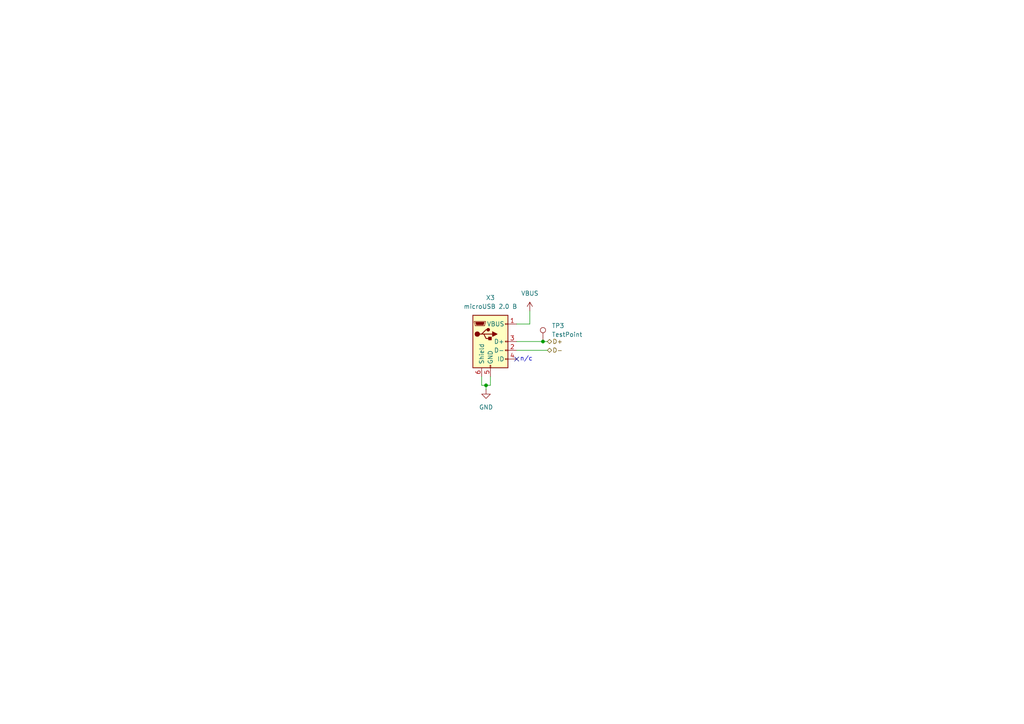
<source format=kicad_sch>
(kicad_sch (version 20231120) (generator "eeschema") (generator_version "8.0")
  (paper "A4")
  (title_block (company "catbranchman") (comment 1 "Electrical Engineering Department") (comment 2 "EE 156 / Stanford University") (comment 3 "Flight Club, W6YX, Endurance"))
  (lib_symbols
    (symbol "Connector:TestPoint" (pin_numbers hide) (pin_names (offset 0.762) hide)
      (property "Reference" "TP" (at 0 6.858 0))
      (property "Value" "TestPoint" (at 0 5.08 0))
      (symbol "TestPoint_0_1"
        (circle (center 0 3.302) (radius 0.762))
      )
      (symbol "TestPoint_1_1"
        (pin passive line (at 0 0 90) (length 2.54) (name "1") (number "1"))
      )
    )
    (symbol "Connector:USB_B_Micro" (pin_names (offset 1.016))
      (property "Reference" "J" (at -5.08 11.43 0))
      (property "Value" "USB_B_Micro" (at -5.08 8.89 0))
      (symbol "USB_B_Micro_0_1"
        (rectangle (start -5.08 -7.62) (end 5.08 7.62) (stroke (width 0.254)) (fill (type background)))
        (circle (center -3.81 2.159) (radius 0.635) (stroke (width 0.254)) (fill (type outline)))
        (circle (center -0.635 3.429) (radius 0.381) (stroke (width 0.254)) (fill (type outline)))
        (rectangle (start -0.127 -7.62) (end 0.127 -6.858))
        (polyline (pts (xy -1.905 2.159) (xy 0.635 2.159)) (stroke (width 0.254)))
        (polyline (pts (xy -3.175 2.159) (xy -2.54 2.159) (xy -1.27 3.429) (xy -0.635 3.429)) (stroke (width 0.254)))
        (polyline (pts (xy -2.54 2.159) (xy -1.905 2.159) (xy -1.27 0.889) (xy 0 0.889)) (stroke (width 0.254)))
        (polyline (pts (xy 0.635 2.794) (xy 0.635 1.524) (xy 1.905 2.159) (xy 0.635 2.794)) (stroke (width 0.254)) (fill (type outline)))
        (polyline (pts (xy -4.318 5.588) (xy -1.778 5.588) (xy -2.032 4.826) (xy -4.064 4.826) (xy -4.318 5.588)) (fill (type outline)))
        (polyline (pts (xy -4.699 5.842) (xy -4.699 5.588) (xy -4.445 4.826) (xy -4.445 4.572) (xy -1.651 4.572) (xy -1.651 4.826) (xy -1.397 5.588) (xy -1.397 5.842) (xy -4.699 5.842)))
        (rectangle (start 0.254 1.27) (end -0.508 0.508) (stroke (width 0.254)) (fill (type outline)))
        (rectangle (start 5.08 -5.207) (end 4.318 -4.953))
        (rectangle (start 5.08 -2.667) (end 4.318 -2.413))
        (rectangle (start 5.08 -0.127) (end 4.318 0.127))
        (rectangle (start 5.08 4.953) (end 4.318 5.207))
      )
      (symbol "USB_B_Micro_1_1"
        (pin power_out line (at 7.62 5.08 180) (length 2.54) (name "VBUS") (number "1"))
        (pin bidirectional line (at 7.62 -2.54 180) (length 2.54) (name "D-") (number "2"))
        (pin bidirectional line (at 7.62 0 180) (length 2.54) (name "D+") (number "3"))
        (pin passive line (at 7.62 -5.08 180) (length 2.54) (name "ID") (number "4"))
        (pin power_out line (at 0 -10.16 90) (length 2.54) (name "GND") (number "5"))
        (pin passive line (at -2.54 -10.16 90) (length 2.54) (name "Shield") (number "6"))
      )
    )
    (symbol "power:GND" (power) (pin_numbers hide) (pin_names (offset 0) hide)
      (property "Value" "GND" (at 0 -3.81 0))
      (symbol "GND_0_1"
        (polyline (pts (xy 0 0) (xy 0 -1.27) (xy 1.27 -1.27) (xy 0 -2.54) (xy -1.27 -1.27) (xy 0 -1.27)))
      )
      (symbol "GND_1_1"
        (pin power_in line (at 0 0 270) (length 0) (name "~") (number "1"))
      )
    )
    (symbol "power:VBUS" (power) (pin_numbers hide) (pin_names (offset 0) hide)
      (property "Value" "VBUS" (at 0 3.556 0))
      (symbol "VBUS_0_1"
        (polyline (pts (xy -0.762 1.27) (xy 0 2.54)))
        (polyline (pts (xy 0 0) (xy 0 2.54)))
        (polyline (pts (xy 0 2.54) (xy 0.762 1.27)))
      )
      (symbol "VBUS_1_1"
        (pin power_in line (at 0 0 90) (length 0) (name "~") (number "1"))
      )
    )
  )
  (junction (at 140.97 111.76))
  (junction (at 157.48 99.06))
  (no_connect (at 149.86 104.14))
  (wire (pts (xy 140.97 111.76) (xy 142.24 111.76)))
  (wire (pts (xy 140.97 111.76) (xy 140.97 113.03)))
  (wire (pts (xy 139.7 109.22) (xy 139.7 111.76)))
  (wire (pts (xy 149.86 101.6) (xy 158.75 101.6)))
  (wire (pts (xy 157.48 99.06) (xy 158.75 99.06)))
  (wire (pts (xy 139.7 111.76) (xy 140.97 111.76)))
  (wire (pts (xy 153.67 90.17) (xy 153.67 93.98)))
  (wire (pts (xy 149.86 99.06) (xy 157.48 99.06)))
  (wire (pts (xy 149.86 93.98) (xy 153.67 93.98)))
  (wire (pts (xy 142.24 109.22) (xy 142.24 111.76)))
  (text "n/c" (at 152.654 104.14 0) (effects (font (size 1.27 1.27))))
  (hierarchical_label "D+" (shape bidirectional) (at 158.75 99.06 0))
  (hierarchical_label "D-" (shape bidirectional) (at 158.75 101.6 0))
  (symbol (lib_id "Connector:USB_B_Micro") (at 142.24 99.06 0) (unit 1)
    (property "Reference" "X3" (at 142.24 86.36 0))
    (property "Value" "microUSB 2.0 B" (at 142.24 88.9 0))
    (property "Footprint" "Connector_USB:USB_Micro-B_Amphenol_10118194_Horizontal" (effects (hide yes)))
    (property "Datasheet" "https://cdn.amphenol-cs.com/media/wysiwyg/files/documentation/datasheet/inputoutput/io_usb_micro.pdf" (effects (hide yes)))
    (property "Description" "USB - micro B USB 2.0 Receptacle Connector 5 Position Surface Mount, Right Angle." (effects (hide yes)))
    (property "Mfr" "Amphenol ICC (FCI)" (effects (hide yes)))
    (property "Mfr P/N" "10118194-0001LF" (effects (hide yes)))
    (property "Supplier_1" "Digikey" (effects (hide yes)))
    (property "Supplier_1 P/N" "609-4618-1-ND" (effects (hide yes)))
    (property "Supplier_1 Unit Price" "0.57" (effects (hide yes)))
    (property "Supplier_1 Price @ Qty" "0.32930" (effects (hide yes)))
  )
  (symbol (lib_id "power:VBUS") (at 153.67 90.17 0) (unit 1)
    (property "Reference" "#PWR026" (effects (hide yes)))
    (property "Value" "VBUS" (at 153.67 85.09 0))
    (property "Description" "Power symbol creates a global label with name \"VBUS\"" (effects (hide yes)))
  )
  (symbol (lib_id "power:GND") (at 140.97 113.03 0) (unit 1)
    (property "Reference" "#PWR025" (effects (hide yes)))
    (property "Value" "GND" (at 140.97 118.11 0))
    (property "Description" "Power symbol creates a global label with name \"GND\" , ground" (effects (hide yes)))
  )
  (symbol (lib_id "Connector:TestPoint") (at 157.48 99.06 0) (unit 1)
    (property "Reference" "TP3" (at 160.02 94.4879 0) (effects (justify left)))
    (property "Value" "TestPoint" (at 160.02 97.0279 0) (effects (justify left)))
    (property "Description" "test point" (effects (hide yes)))
  )
)
</source>
